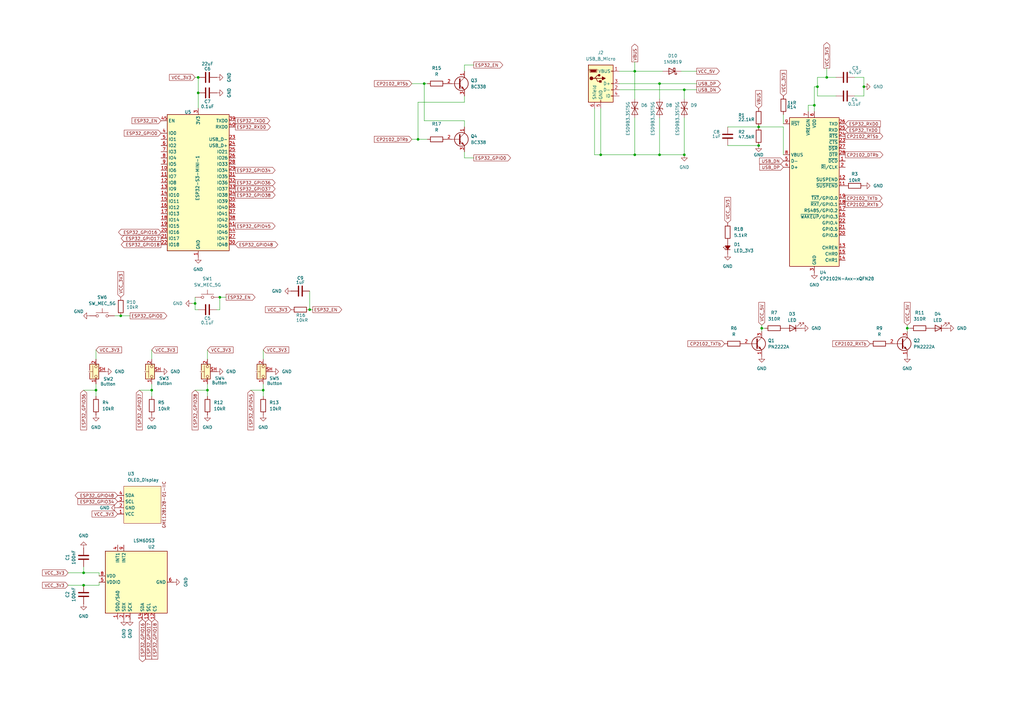
<source format=kicad_sch>
(kicad_sch (version 20250114) (generator "eeschema") (generator_version "9.0")
  (paper "A3")
  (title_block (title "nicolaWCH") (rev "0.1") (company "picarella industries"))
  (lib_symbols
    (symbol "1_goldeneas:GME128128-01-IIC"
      (property "Reference" "U" (at 0 0 0))
      (symbol "GME128128-01-IIC_1_1"
        (text "GME128128-01-IIC" (at 0 1.27 0) (effects (font (size 1.27 1.27))))
        (pin unspecified line (at -3.81 20.32 270) (length 2.54) (name "VCC") (number "1"))
        (pin unspecified line (at -1.27 20.32 270) (length 2.54) (name "GND") (number "2"))
        (pin unspecified line (at 1.27 20.32 270) (length 2.54) (name "SCL") (number "3"))
        (pin unspecified line (at 3.81 20.32 270) (length 2.54) (name "SDA") (number "4"))
      )
    )
    (symbol "Connector:USB_B_Micro" (pin_names (offset 1.016))
      (property "Reference" "J" (at -5.08 11.43 0))
      (property "Value" "USB_B_Micro" (at -5.08 8.89 0))
      (symbol "USB_B_Micro_1_1"
        (pin passive line (at -2.54 -10.16 90) (length 2.54) (name "Shield") (number "6"))
        (pin power_out line (at 0 -10.16 90) (length 2.54) (name "GND") (number "5"))
        (pin power_out line (at 7.62 5.08 180) (length 2.54) (name "VBUS") (number "1"))
        (pin bidirectional line (at 7.62 0 180) (length 2.54) (name "D+") (number "3"))
        (pin bidirectional line (at 7.62 -2.54 180) (length 2.54) (name "D-") (number "2"))
        (pin passive line (at 7.62 -5.08 180) (length 2.54) (name "ID") (number "4"))
      )
    )
    (symbol "Device:C" (pin_numbers (hide yes)) (pin_names (offset 0.254))
      (property "Reference" "C" (at 0.635 2.54 0))
      (property "Value" "C" (at 0.635 -2.54 0))
      (symbol "C_1_1"
        (pin passive line (at 0 3.81 270) (length 2.794) (name "~") (number "1"))
        (pin passive line (at 0 -3.81 90) (length 2.794) (name "~") (number "2"))
      )
    )
    (symbol "Device:LED" (pin_numbers (hide yes)) (pin_names (offset 1.016) (hide yes))
      (property "Reference" "D" (at 0 2.54 0))
      (property "Value" "LED" (at 0 -2.54 0))
      (symbol "LED_1_1"
        (pin passive line (at -3.81 0 0) (length 2.54) (name "K") (number "1"))
        (pin passive line (at 3.81 0 180) (length 2.54) (name "A") (number "2"))
      )
    )
    (symbol "Device:LED_Small_Filled" (pin_numbers (hide yes)) (pin_names (offset 0.254) (hide yes))
      (property "Reference" "D" (at -1.27 3.175 0))
      (property "Value" "LED_Small_Filled" (at -4.445 -2.54 0))
      (symbol "LED_Small_Filled_1_1"
        (pin passive line (at -2.54 0 0) (length 1.778) (name "K") (number "1"))
        (pin passive line (at 2.54 0 180) (length 1.778) (name "A") (number "2"))
      )
    )
    (symbol "Device:R" (pin_numbers (hide yes)) (pin_names (offset 0))
      (property "Reference" "R" (at 2.032 0 90))
      (property "Value" "R" (at 0 0 90))
      (symbol "R_1_1"
        (pin passive line (at 0 3.81 270) (length 1.27) (name "~") (number "1"))
        (pin passive line (at 0 -3.81 90) (length 1.27) (name "~") (number "2"))
      )
    )
    (symbol "Diode:1N5819" (pin_numbers (hide yes)) (pin_names (offset 1.016) (hide yes))
      (property "Reference" "D" (at 0 2.54 0))
      (property "Value" "1N5819" (at 0 -2.54 0))
      (symbol "1N5819_1_1"
        (pin passive line (at -3.81 0 0) (length 2.54) (name "K") (number "1"))
        (pin passive line (at 3.81 0 180) (length 2.54) (name "A") (number "2"))
      )
    )
    (symbol "Diode:ESD9B3.3ST5G" (pin_numbers (hide yes)) (pin_names (offset 1.016) (hide yes))
      (property "Reference" "D" (at 0 2.54 0))
      (property "Value" "ESD9B3.3ST5G" (at 0 -2.54 0))
      (symbol "ESD9B3.3ST5G_1_1"
        (pin passive line (at -3.81 0 0) (length 2.54) (name "A1") (number "1"))
        (pin passive line (at 3.81 0 180) (length 2.54) (name "A2") (number "2"))
      )
    )
    (symbol "Interface_USB:CP2102N-Axx-xQFN28"
      (property "Reference" "U" (at -8.89 31.75 0))
      (property "Value" "CP2102N-Axx-xQFN28" (at 12.7 31.75 0))
      (symbol "CP2102N-Axx-xQFN28_1_1"
        (pin input line (at -12.7 27.94 0) (length 2.54) (name "~{RST}") (number "9"))
        (pin input line (at -12.7 15.24 0) (length 2.54) (name "VBUS") (number "8"))
        (pin bidirectional line (at -12.7 12.7 0) (length 2.54) (name "D-") (number "5"))
        (pin bidirectional line (at -12.7 10.16 0) (length 2.54) (name "D+") (number "4"))
        (pin no_connect line (at -10.16 -27.94 0) (length 2.54) (hide yes) (name "NC") (number "10"))
        (pin power_in line (at -2.54 33.02 270) (length 2.54) (name "VREGIN") (number "7"))
        (pin power_in line (at 0 33.02 270) (length 2.54) (name "VDD") (number "6"))
        (pin passive line (at 0 -33.02 90) (length 2.54) (hide yes) (name "GND") (number "29"))
        (pin power_in line (at 0 -33.02 90) (length 2.54) (name "GND") (number "3"))
        (pin output line (at 12.7 27.94 180) (length 2.54) (name "TXD") (number "26"))
        (pin input line (at 12.7 25.4 180) (length 2.54) (name "RXD") (number "25"))
        (pin output line (at 12.7 22.86 180) (length 2.54) (name "~{RTS}") (number "24"))
        (pin input line (at 12.7 20.32 180) (length 2.54) (name "~{CTS}") (number "23"))
        (pin input line (at 12.7 17.78 180) (length 2.54) (name "~{DSR}") (number "27"))
        (pin output line (at 12.7 15.24 180) (length 2.54) (name "~{DTR}") (number "28"))
        (pin input line (at 12.7 12.7 180) (length 2.54) (name "~{DCD}") (number "1"))
        (pin bidirectional line (at 12.7 10.16 180) (length 2.54) (name "~{RI}/CLK") (number "2"))
        (pin output line (at 12.7 5.08 180) (length 2.54) (name "SUSPEND") (number "12"))
        (pin output line (at 12.7 2.54 180) (length 2.54) (name "~{SUSPEND}") (number "11"))
        (pin bidirectional line (at 12.7 -2.54 180) (length 2.54) (name "~{TXT}/GPIO.0") (number "19"))
        (pin bidirectional line (at 12.7 -5.08 180) (length 2.54) (name "~{RXT}/GPIO.1") (number "18"))
        (pin bidirectional line (at 12.7 -7.62 180) (length 2.54) (name "RS485/GPIO.2") (number "17"))
        (pin bidirectional line (at 12.7 -10.16 180) (length 2.54) (name "~{WAKEUP}/GPIO.3") (number "16"))
        (pin bidirectional line (at 12.7 -12.7 180) (length 2.54) (name "GPIO.4") (number "22"))
        (pin bidirectional line (at 12.7 -15.24 180) (length 2.54) (name "GPIO.5") (number "21"))
        (pin bidirectional line (at 12.7 -17.78 180) (length 2.54) (name "GPIO.6") (number "20"))
        (pin output line (at 12.7 -22.86 180) (length 2.54) (name "CHREN") (number "13"))
        (pin output line (at 12.7 -25.4 180) (length 2.54) (name "CHR0") (number "15"))
        (pin output line (at 12.7 -27.94 180) (length 2.54) (name "CHR1") (number "14"))
      )
    )
    (symbol "RF_Module:ESP32-S3-MINI-1"
      (property "Reference" "U" (at -11.43 29.21 0))
      (property "Value" "ESP32-S3-MINI-1" (at 12.7 29.21 0))
      (symbol "ESP32-S3-MINI-1_1_1"
        (pin input line (at -15.24 25.4 0) (length 2.54) (name "EN") (number "45"))
        (pin bidirectional line (at -15.24 20.32 0) (length 2.54) (name "IO0") (number "4"))
        (pin bidirectional line (at -15.24 17.78 0) (length 2.54) (name "IO1") (number "5"))
        (pin bidirectional line (at -15.24 15.24 0) (length 2.54) (name "IO2") (number "6"))
        (pin bidirectional line (at -15.24 12.7 0) (length 2.54) (name "IO3") (number "7"))
        (pin bidirectional line (at -15.24 10.16 0) (length 2.54) (name "IO4") (number "8"))
        (pin bidirectional line (at -15.24 7.62 0) (length 2.54) (name "IO5") (number "9"))
        (pin bidirectional line (at -15.24 5.08 0) (length 2.54) (name "IO6") (number "10"))
        (pin bidirectional line (at -15.24 2.54 0) (length 2.54) (name "IO7") (number "11"))
        (pin bidirectional line (at -15.24 0 0) (length 2.54) (name "IO8") (number "12"))
        (pin bidirectional line (at -15.24 -2.54 0) (length 2.54) (name "IO9") (number "13"))
        (pin bidirectional line (at -15.24 -5.08 0) (length 2.54) (name "IO10") (number "14"))
        (pin bidirectional line (at -15.24 -7.62 0) (length 2.54) (name "IO11") (number "15"))
        (pin bidirectional line (at -15.24 -10.16 0) (length 2.54) (name "IO12") (number "16"))
        (pin bidirectional line (at -15.24 -12.7 0) (length 2.54) (name "IO13") (number "17"))
        (pin bidirectional line (at -15.24 -15.24 0) (length 2.54) (name "IO14") (number "18"))
        (pin bidirectional line (at -15.24 -17.78 0) (length 2.54) (name "IO15") (number "19"))
        (pin bidirectional line (at -15.24 -20.32 0) (length 2.54) (name "IO16") (number "20"))
        (pin bidirectional line (at -15.24 -22.86 0) (length 2.54) (name "IO17") (number "21"))
        (pin bidirectional line (at -15.24 -25.4 0) (length 2.54) (name "IO18") (number "22"))
        (pin power_in line (at 0 30.48 270) (length 2.54) (name "3V3") (number "3"))
        (pin power_in line (at 0 -30.48 90) (length 2.54) (name "GND") (number "1"))
        (pin passive line (at 0 -30.48 90) (length 2.54) (hide yes) (name "GND") (number "2"))
        (pin passive line (at 0 -30.48 90) (length 2.54) (hide yes) (name "GND") (number "42"))
        (pin passive line (at 0 -30.48 90) (length 2.54) (hide yes) (name "GND") (number "43"))
        (pin passive line (at 0 -30.48 90) (length 2.54) (hide yes) (name "GND") (number "46"))
        (pin passive line (at 0 -30.48 90) (length 2.54) (hide yes) (name "GND") (number "47"))
        (pin passive line (at 0 -30.48 90) (length 2.54) (hide yes) (name "GND") (number "48"))
        (pin passive line (at 0 -30.48 90) (length 2.54) (hide yes) (name "GND") (number "49"))
        (pin passive line (at 0 -30.48 90) (length 2.54) (hide yes) (name "GND") (number "50"))
        (pin passive line (at 0 -30.48 90) (length 2.54) (hide yes) (name "GND") (number "51"))
        (pin passive line (at 0 -30.48 90) (length 2.54) (hide yes) (name "GND") (number "52"))
        (pin passive line (at 0 -30.48 90) (length 2.54) (hide yes) (name "GND") (number "53"))
        (pin passive line (at 0 -30.48 90) (length 2.54) (hide yes) (name "GND") (number "54"))
        (pin passive line (at 0 -30.48 90) (length 2.54) (hide yes) (name "GND") (number "55"))
        (pin passive line (at 0 -30.48 90) (length 2.54) (hide yes) (name "GND") (number "56"))
        (pin passive line (at 0 -30.48 90) (length 2.54) (hide yes) (name "GND") (number "57"))
        (pin passive line (at 0 -30.48 90) (length 2.54) (hide yes) (name "GND") (number "58"))
        (pin passive line (at 0 -30.48 90) (length 2.54) (hide yes) (name "GND") (number "59"))
        (pin passive line (at 0 -30.48 90) (length 2.54) (hide yes) (name "GND") (number "60"))
        (pin passive line (at 0 -30.48 90) (length 2.54) (hide yes) (name "GND") (number "61"))
        (pin passive line (at 0 -30.48 90) (length 2.54) (hide yes) (name "GND") (number "62"))
        (pin passive line (at 0 -30.48 90) (length 2.54) (hide yes) (name "GND") (number "63"))
        (pin passive line (at 0 -30.48 90) (length 2.54) (hide yes) (name "GND") (number "64"))
        (pin passive line (at 0 -30.48 90) (length 2.54) (hide yes) (name "GND") (number "65"))
        (pin bidirectional line (at 15.24 25.4 180) (length 2.54) (name "TXD0") (number "39"))
        (pin bidirectional line (at 15.24 22.86 180) (length 2.54) (name "RXD0") (number "40"))
        (pin bidirectional line (at 15.24 17.78 180) (length 2.54) (name "USB_D-") (number "23"))
        (pin bidirectional line (at 15.24 15.24 180) (length 2.54) (name "USB_D+") (number "24"))
        (pin bidirectional line (at 15.24 12.7 180) (length 2.54) (name "IO21") (number "25"))
        (pin bidirectional line (at 15.24 10.16 180) (length 2.54) (name "IO26") (number "26"))
        (pin bidirectional line (at 15.24 7.62 180) (length 2.54) (name "IO33") (number "28"))
        (pin bidirectional line (at 15.24 5.08 180) (length 2.54) (name "IO34") (number "29"))
        (pin bidirectional line (at 15.24 2.54 180) (length 2.54) (name "IO35") (number "31"))
        (pin bidirectional line (at 15.24 0 180) (length 2.54) (name "IO36") (number "32"))
        (pin bidirectional line (at 15.24 -2.54 180) (length 2.54) (name "IO37") (number "33"))
        (pin bidirectional line (at 15.24 -5.08 180) (length 2.54) (name "IO38") (number "34"))
        (pin bidirectional line (at 15.24 -7.62 180) (length 2.54) (name "IO39") (number "35"))
        (pin bidirectional line (at 15.24 -10.16 180) (length 2.54) (name "IO40") (number "36"))
        (pin bidirectional line (at 15.24 -12.7 180) (length 2.54) (name "IO41") (number "37"))
        (pin bidirectional line (at 15.24 -15.24 180) (length 2.54) (name "IO42") (number "38"))
        (pin bidirectional line (at 15.24 -17.78 180) (length 2.54) (name "IO45") (number "41"))
        (pin bidirectional line (at 15.24 -20.32 180) (length 2.54) (name "IO46") (number "44"))
        (pin bidirectional line (at 15.24 -22.86 180) (length 2.54) (name "IO47") (number "27"))
        (pin bidirectional line (at 15.24 -25.4 180) (length 2.54) (name "IO48") (number "30"))
      )
    )
    (symbol "Sensor_Motion:LSM6DS3"
      (property "Reference" "U" (at -11.43 15.24 0))
      (property "Value" "LSM6DS3" (at -11.43 12.7 0))
      (symbol "LSM6DS3_1_1"
        (pin bidirectional line (at -15.24 7.62 0) (length 2.54) (name "SDO/SA0") (number "1"))
        (pin bidirectional line (at -15.24 5.08 0) (length 2.54) (name "SDX") (number "2"))
        (pin input line (at -15.24 2.54 0) (length 2.54) (name "SCX") (number "3"))
        (pin bidirectional line (at -15.24 -2.54 0) (length 2.54) (name "SDA") (number "14"))
        (pin input line (at -15.24 -5.08 0) (length 2.54) (name "SCL") (number "13"))
        (pin input line (at -15.24 -7.62 0) (length 2.54) (name "CS") (number "12"))
        (pin power_in line (at 0 15.24 270) (length 2.54) (name "VDDIO") (number "5"))
        (pin power_in line (at 0 -15.24 90) (length 2.54) (name "GND") (number "6"))
        (pin passive line (at 0 -15.24 90) (length 2.54) (hide yes) (name "GND") (number "7"))
        (pin power_in line (at 2.54 15.24 270) (length 2.54) (name "VDD") (number "8"))
        (pin no_connect line (at 12.7 -2.54 180) (length 3.81) (hide yes) (name "NC") (number "11"))
        (pin no_connect line (at 12.7 -5.08 180) (length 3.81) (hide yes) (name "NC") (number "10"))
        (pin output line (at 15.24 7.62 180) (length 2.54) (name "INT1") (number "4"))
        (pin output line (at 15.24 5.08 180) (length 2.54) (name "INT2") (number "9"))
      )
    )
    (symbol "Switch:CK_KMS2xxG" (pin_names (offset 1.016) (hide yes))
      (property "Reference" "SW" (at 4.318 2.032 0))
      (property "Value" "CK_KMS2xxG" (at 0 4.572 0))
      (symbol "CK_KMS2xxG_0_1"
        (pin passive line (at -5.08 0 0) (length 2.54) (name "1") (number "1"))
        (pin passive line (at 5.08 0 180) (length 2.54) (name "2") (number "2"))
      )
      (symbol "CK_KMS2xxG_1_1"
        (pin passive line (at 0 -3.81 90) (length 2.54) (name "B") (number "SH"))
      )
    )
    (symbol "Switch:SW_MEC_5G" (pin_numbers (hide yes)) (pin_names (offset 1.016) (hide yes))
      (property "Reference" "SW" (at 1.27 2.54 0))
      (property "Value" "SW_MEC_5G" (at 0 -1.524 0))
      (symbol "SW_MEC_5G_0_1"
        (pin passive line (at -5.08 0 0) (length 2.54) (name "A") (number "1"))
        (pin passive line (at 5.08 0 180) (length 2.54) (name "B") (number "3"))
      )
      (symbol "SW_MEC_5G_1_1"
        (pin passive line (at -5.08 0 0) (length 2.54) (hide yes) (name "A") (number "2"))
        (pin passive line (at 5.08 0 180) (length 2.54) (hide yes) (name "B") (number "4"))
      )
    )
    (symbol "Transistor_BJT:BC338" (pin_names (offset 0) (hide yes))
      (property "Reference" "Q" (at 5.08 1.905 0))
      (property "Value" "BC338" (at 5.08 0 0))
      (symbol "BC338_1_1"
        (pin input line (at -5.08 0 0) (length 2.54) (name "B") (number "2"))
        (pin passive line (at 2.54 5.08 270) (length 2.54) (name "C") (number "1"))
        (pin passive line (at 2.54 -5.08 90) (length 2.54) (name "E") (number "3"))
      )
    )
    (symbol "Transistor_BJT:PN2222A" (pin_names (offset 0) (hide yes))
      (property "Reference" "Q" (at 5.08 1.905 0))
      (property "Value" "PN2222A" (at 5.08 0 0))
      (symbol "PN2222A_1_1"
        (pin input line (at -5.08 0 0) (length 2.54) (name "B") (number "2"))
        (pin passive line (at 2.54 5.08 270) (length 2.54) (name "C") (number "3"))
        (pin passive line (at 2.54 -5.08 90) (length 2.54) (name "E") (number "1"))
      )
    )
    (symbol "power:GND" (power) (pin_numbers (hide yes)) (pin_names (offset 0) (hide yes))
      (property "Value" "GND" (at 0 -3.81 0))
      (symbol "GND_1_1"
        (pin power_in line (at 0 0 270) (length 0) (name "~") (number "1"))
      )
    )
  )
  (junction (at 81.28 38.1))
  (junction (at 107.95 160.02))
  (junction (at 372.11 134.62))
  (junction (at 127 127))
  (junction (at 81.28 31.75))
  (junction (at 246.38 63.5))
  (junction (at 80.01 124.46))
  (junction (at 280.67 63.5))
  (junction (at 354.33 35.56))
  (junction (at 260.35 63.5))
  (junction (at 334.01 43.18))
  (junction (at 312.42 134.62))
  (junction (at 34.29 240.03))
  (junction (at 173.99 34.29))
  (junction (at 34.29 234.95))
  (junction (at 62.23 160.02))
  (junction (at 339.09 31.75))
  (junction (at 260.35 29.21))
  (junction (at 311.15 59.69))
  (junction (at 335.28 35.56))
  (junction (at 171.45 57.15))
  (junction (at 85.09 160.02))
  (junction (at 270.51 34.29))
  (junction (at 280.67 36.83))
  (junction (at 311.15 52.07))
  (junction (at 39.37 160.02))
  (junction (at 90.17 121.92))
  (junction (at 270.51 63.5))
  (junction (at 49.53 129.54))
  (wire (pts (xy 80.01 124.46) (xy 80.01 121.92)))
  (wire (pts (xy 280.67 48.26) (xy 280.67 63.5)))
  (wire (pts (xy 312.42 133.35) (xy 312.42 134.62)))
  (wire (pts (xy 80.01 31.75) (xy 81.28 31.75)))
  (wire (pts (xy 331.47 43.18) (xy 334.01 43.18)))
  (wire (pts (xy 62.23 162.56) (xy 62.23 160.02)))
  (wire (pts (xy 260.35 29.21) (xy 271.78 29.21)))
  (wire (pts (xy 334.01 45.72) (xy 334.01 43.18)))
  (wire (pts (xy 279.4 29.21) (xy 285.75 29.21)))
  (wire (pts (xy 40.64 238.76) (xy 40.64 240.03)))
  (wire (pts (xy 27.94 234.95) (xy 34.29 234.95)))
  (wire (pts (xy 254 34.29) (xy 270.51 34.29)))
  (wire (pts (xy 173.99 34.29) (xy 175.26 34.29)))
  (wire (pts (xy 270.51 34.29) (xy 270.51 40.64)))
  (wire (pts (xy 80.01 160.02) (xy 85.09 160.02)))
  (wire (pts (xy 339.09 27.94) (xy 339.09 31.75)))
  (wire (pts (xy 53.34 129.54) (xy 49.53 129.54)))
  (wire (pts (xy 171.45 57.15) (xy 175.26 57.15)))
  (wire (pts (xy 350.52 31.75) (xy 354.33 31.75)))
  (wire (pts (xy 127 119.38) (xy 127 127)))
  (wire (pts (xy 81.28 127) (xy 80.01 127)))
  (wire (pts (xy 190.5 29.21) (xy 190.5 26.67)))
  (wire (pts (xy 85.09 160.02) (xy 85.09 157.48)))
  (wire (pts (xy 254 29.21) (xy 260.35 29.21)))
  (wire (pts (xy 102.87 160.02) (xy 107.95 160.02)))
  (wire (pts (xy 260.35 48.26) (xy 260.35 63.5)))
  (wire (pts (xy 342.9 39.37) (xy 335.28 39.37)))
  (wire (pts (xy 246.38 44.45) (xy 246.38 63.5)))
  (wire (pts (xy 270.51 48.26) (xy 270.51 63.5)))
  (wire (pts (xy 27.94 240.03) (xy 34.29 240.03)))
  (wire (pts (xy 254 36.83) (xy 280.67 36.83)))
  (wire (pts (xy 298.45 52.07) (xy 311.15 52.07)))
  (wire (pts (xy 34.29 160.02) (xy 39.37 160.02)))
  (wire (pts (xy 107.95 160.02) (xy 107.95 157.48)))
  (wire (pts (xy 39.37 162.56) (xy 39.37 160.02)))
  (wire (pts (xy 78.74 124.46) (xy 80.01 124.46)))
  (wire (pts (xy 171.45 41.91) (xy 171.45 57.15)))
  (wire (pts (xy 90.17 121.92) (xy 92.71 121.92)))
  (wire (pts (xy 334.01 35.56) (xy 335.28 35.56)))
  (wire (pts (xy 298.45 59.69) (xy 311.15 59.69)))
  (wire (pts (xy 372.11 134.62) (xy 373.38 134.62)))
  (wire (pts (xy 260.35 63.5) (xy 270.51 63.5)))
  (wire (pts (xy 85.09 143.51) (xy 85.09 147.32)))
  (wire (pts (xy 321.31 46.99) (xy 321.31 50.8)))
  (wire (pts (xy 40.64 234.95) (xy 34.29 234.95)))
  (wire (pts (xy 34.29 232.41) (xy 34.29 234.95)))
  (wire (pts (xy 312.42 134.62) (xy 313.69 134.62)))
  (wire (pts (xy 354.33 39.37) (xy 354.33 35.56)))
  (wire (pts (xy 190.5 52.07) (xy 190.5 49.53)))
  (wire (pts (xy 321.31 63.5) (xy 321.31 52.07)))
  (wire (pts (xy 88.9 127) (xy 90.17 127)))
  (wire (pts (xy 62.23 160.02) (xy 62.23 157.48)))
  (wire (pts (xy 190.5 39.37) (xy 190.5 41.91)))
  (wire (pts (xy 280.67 63.5) (xy 270.51 63.5)))
  (wire (pts (xy 127 127) (xy 128.27 127)))
  (wire (pts (xy 260.35 29.21) (xy 260.35 40.64)))
  (wire (pts (xy 270.51 34.29) (xy 285.75 34.29)))
  (wire (pts (xy 40.64 240.03) (xy 34.29 240.03)))
  (wire (pts (xy 85.09 162.56) (xy 85.09 160.02)))
  (wire (pts (xy 334.01 43.18) (xy 334.01 35.56)))
  (wire (pts (xy 280.67 36.83) (xy 280.67 40.64)))
  (wire (pts (xy 372.11 134.62) (xy 372.11 135.89)))
  (wire (pts (xy 57.15 160.02) (xy 62.23 160.02)))
  (wire (pts (xy 246.38 63.5) (xy 260.35 63.5)))
  (wire (pts (xy 335.28 35.56) (xy 335.28 39.37)))
  (wire (pts (xy 168.91 57.15) (xy 171.45 57.15)))
  (wire (pts (xy 342.9 31.75) (xy 339.09 31.75)))
  (wire (pts (xy 40.64 236.22) (xy 40.64 234.95)))
  (wire (pts (xy 49.53 129.54) (xy 46.99 129.54)))
  (wire (pts (xy 90.17 127) (xy 90.17 121.92)))
  (wire (pts (xy 354.33 31.75) (xy 354.33 35.56)))
  (wire (pts (xy 190.5 49.53) (xy 173.99 49.53)))
  (wire (pts (xy 335.28 31.75) (xy 335.28 35.56)))
  (wire (pts (xy 81.28 31.75) (xy 81.28 38.1)))
  (wire (pts (xy 190.5 41.91) (xy 171.45 41.91)))
  (wire (pts (xy 312.42 134.62) (xy 312.42 135.89)))
  (wire (pts (xy 107.95 143.51) (xy 107.95 147.32)))
  (wire (pts (xy 80.01 127) (xy 80.01 124.46)))
  (wire (pts (xy 168.91 34.29) (xy 173.99 34.29)))
  (wire (pts (xy 350.52 39.37) (xy 354.33 39.37)))
  (wire (pts (xy 190.5 62.23) (xy 190.5 64.77)))
  (wire (pts (xy 331.47 45.72) (xy 331.47 43.18)))
  (wire (pts (xy 62.23 143.51) (xy 62.23 147.32)))
  (wire (pts (xy 190.5 26.67) (xy 194.31 26.67)))
  (wire (pts (xy 339.09 31.75) (xy 335.28 31.75)))
  (wire (pts (xy 243.84 44.45) (xy 243.84 63.5)))
  (wire (pts (xy 39.37 160.02) (xy 39.37 157.48)))
  (wire (pts (xy 311.15 52.07) (xy 321.31 52.07)))
  (wire (pts (xy 107.95 162.56) (xy 107.95 160.02)))
  (wire (pts (xy 173.99 34.29) (xy 173.99 49.53)))
  (wire (pts (xy 81.28 38.1) (xy 81.28 44.45)))
  (wire (pts (xy 260.35 25.4) (xy 260.35 29.21)))
  (wire (pts (xy 243.84 63.5) (xy 246.38 63.5)))
  (wire (pts (xy 280.67 36.83) (xy 285.75 36.83)))
  (wire (pts (xy 190.5 64.77) (xy 194.31 64.77)))
  (wire (pts (xy 39.37 143.51) (xy 39.37 147.32)))
  (wire (pts (xy 372.11 133.35) (xy 372.11 134.62)))
  (global_label "CP2102_RTSb" (shape output) (at 346.71 55.88 0) (property "Intersheetrefs" "${INTERSHEET_REFS}" (effects (hide yes))))
  (global_label "VCC_3V3" (shape input) (at 62.23 143.51 0) (property "Intersheetrefs" "${INTERSHEET_REFS}" (effects (hide yes))))
  (global_label "ESP32_GPIO16" (shape bidirectional) (at 66.04 95.25 180) (property "Intersheetrefs" "${INTERSHEET_REFS}" (effects (hide yes))))
  (global_label "VCC_3V3" (shape input) (at 298.45 91.44 90) (property "Intersheetrefs" "${INTERSHEET_REFS}" (effects (hide yes))))
  (global_label "VCC_3V3" (shape input) (at 39.37 143.51 0) (property "Intersheetrefs" "${INTERSHEET_REFS}" (effects (hide yes))))
  (global_label "VCC_3V3" (shape input) (at 27.94 234.95 180) (property "Intersheetrefs" "${INTERSHEET_REFS}" (effects (hide yes))))
  (global_label "ESP32_GPIO0" (shape output) (at 194.31 64.77 0) (property "Intersheetrefs" "${INTERSHEET_REFS}" (effects (hide yes))))
  (global_label "CP2102_TXTb" (shape output) (at 346.71 81.28 0) (property "Intersheetrefs" "${INTERSHEET_REFS}" (effects (hide yes))))
  (global_label "ESP32_GPIO17" (shape output) (at 66.04 97.79 180) (property "Intersheetrefs" "${INTERSHEET_REFS}" (effects (hide yes))))
  (global_label "ESP32_GPIO37" (shape input) (at 57.15 160.02 270) (property "Intersheetrefs" "${INTERSHEET_REFS}" (effects (hide yes))))
  (global_label "VCC_5V" (shape input) (at 372.11 133.35 90) (property "Intersheetrefs" "${INTERSHEET_REFS}" (effects (hide yes))))
  (global_label "VCC_3V3" (shape output) (at 339.09 27.94 90) (property "Intersheetrefs" "${INTERSHEET_REFS}" (effects (hide yes))))
  (global_label "VCC_5V" (shape input) (at 312.42 133.35 90) (property "Intersheetrefs" "${INTERSHEET_REFS}" (effects (hide yes))))
  (global_label "ESP32_EN" (shape input) (at 66.04 49.53 180) (property "Intersheetrefs" "${INTERSHEET_REFS}" (effects (hide yes))))
  (global_label "ESP32_GPIO36" (shape output) (at 96.52 74.93 0) (property "Intersheetrefs" "${INTERSHEET_REFS}" (effects (hide yes))))
  (global_label "CP2102_DTRb" (shape input) (at 168.91 57.15 180) (property "Intersheetrefs" "${INTERSHEET_REFS}" (effects (hide yes))))
  (global_label "ESP32_GPIO34" (shape output) (at 96.52 69.85 0) (property "Intersheetrefs" "${INTERSHEET_REFS}" (effects (hide yes))))
  (global_label "ESP32_GPIO34" (shape input) (at 48.26 205.74 180) (property "Intersheetrefs" "${INTERSHEET_REFS}" (effects (hide yes))))
  (global_label "ESP32_GPIO48" (shape bidirectional) (at 48.26 203.2 180) (property "Intersheetrefs" "${INTERSHEET_REFS}" (effects (hide yes))))
  (global_label "ESP32_GPIO18" (shape input) (at 63.5 254 270) (property "Intersheetrefs" "${INTERSHEET_REFS}" (effects (hide yes))))
  (global_label "VCC_3V3" (shape input) (at 85.09 143.51 0) (property "Intersheetrefs" "${INTERSHEET_REFS}" (effects (hide yes))))
  (global_label "VCC_3V3" (shape input) (at 49.53 121.92 90) (property "Intersheetrefs" "${INTERSHEET_REFS}" (effects (hide yes))))
  (global_label "ESP32_GPIO37" (shape output) (at 96.52 77.47 0) (property "Intersheetrefs" "${INTERSHEET_REFS}" (effects (hide yes))))
  (global_label "VBUS" (shape output) (at 260.35 25.4 90) (property "Intersheetrefs" "${INTERSHEET_REFS}" (effects (hide yes))))
  (global_label "ESP32_TXD0" (shape output) (at 96.52 49.53 0) (property "Intersheetrefs" "${INTERSHEET_REFS}" (effects (hide yes))))
  (global_label "ESP32_TXD0" (shape input) (at 346.71 53.34 0) (property "Intersheetrefs" "${INTERSHEET_REFS}" (effects (hide yes))))
  (global_label "CP2102_DTRb" (shape output) (at 346.71 63.5 0) (property "Intersheetrefs" "${INTERSHEET_REFS}" (effects (hide yes))))
  (global_label "VCC_3V3" (shape input) (at 119.38 127 180) (property "Intersheetrefs" "${INTERSHEET_REFS}" (effects (hide yes))))
  (global_label "VBUS" (shape input) (at 311.15 44.45 90) (property "Intersheetrefs" "${INTERSHEET_REFS}" (effects (hide yes))))
  (global_label "ESP32_GPIO38" (shape output) (at 96.52 80.01 0) (property "Intersheetrefs" "${INTERSHEET_REFS}" (effects (hide yes))))
  (global_label "VCC_5V" (shape output) (at 285.75 29.21 0) (property "Intersheetrefs" "${INTERSHEET_REFS}" (effects (hide yes))))
  (global_label "VCC_3V3" (shape input) (at 107.95 143.51 0) (property "Intersheetrefs" "${INTERSHEET_REFS}" (effects (hide yes))))
  (global_label "ESP32_GPIO17" (shape input) (at 60.96 254 270) (property "Intersheetrefs" "${INTERSHEET_REFS}" (effects (hide yes))))
  (global_label "VCC_3V3" (shape input) (at 48.26 210.82 180) (property "Intersheetrefs" "${INTERSHEET_REFS}" (effects (hide yes))))
  (global_label "USB_DN" (shape output) (at 285.75 36.83 0) (property "Intersheetrefs" "${INTERSHEET_REFS}" (effects (hide yes))))
  (global_label "CP2102_RTSb" (shape input) (at 168.91 34.29 180) (property "Intersheetrefs" "${INTERSHEET_REFS}" (effects (hide yes))))
  (global_label "ESP32_EN" (shape output) (at 194.31 26.67 0) (property "Intersheetrefs" "${INTERSHEET_REFS}" (effects (hide yes))))
  (global_label "USB_DN" (shape input) (at 321.31 66.04 180) (property "Intersheetrefs" "${INTERSHEET_REFS}" (effects (hide yes))))
  (global_label "ESP32_GPIO45" (shape input) (at 102.87 160.02 270) (property "Intersheetrefs" "${INTERSHEET_REFS}" (effects (hide yes))))
  (global_label "ESP32_GPIO45" (shape output) (at 96.52 92.71 0) (property "Intersheetrefs" "${INTERSHEET_REFS}" (effects (hide yes))))
  (global_label "CP2102_RXTb" (shape output) (at 346.71 83.82 0) (property "Intersheetrefs" "${INTERSHEET_REFS}" (effects (hide yes))))
  (global_label "ESP32_GPIO16" (shape bidirectional) (at 58.42 254 270) (property "Intersheetrefs" "${INTERSHEET_REFS}" (effects (hide yes))))
  (global_label "ESP32_EN" (shape output) (at 92.71 121.92 0) (property "Intersheetrefs" "${INTERSHEET_REFS}" (effects (hide yes))))
  (global_label "VCC_3V3" (shape input) (at 27.94 240.03 180) (property "Intersheetrefs" "${INTERSHEET_REFS}" (effects (hide yes))))
  (global_label "VCC_3V3" (shape input) (at 80.01 31.75 180) (property "Intersheetrefs" "${INTERSHEET_REFS}" (effects (hide yes))))
  (global_label "ESP32_EN" (shape output) (at 128.27 127 0) (property "Intersheetrefs" "${INTERSHEET_REFS}" (effects (hide yes))))
  (global_label "ESP32_GPIO0" (shape output) (at 53.34 129.54 0) (property "Intersheetrefs" "${INTERSHEET_REFS}" (effects (hide yes))))
  (global_label "CP2102_RXTb" (shape input) (at 356.87 140.97 180) (property "Intersheetrefs" "${INTERSHEET_REFS}" (effects (hide yes))))
  (global_label "ESP32_GPIO38" (shape input) (at 80.01 160.02 270) (property "Intersheetrefs" "${INTERSHEET_REFS}" (effects (hide yes))))
  (global_label "ESP32_RXD0" (shape output) (at 96.52 52.07 0) (property "Intersheetrefs" "${INTERSHEET_REFS}" (effects (hide yes))))
  (global_label "ESP32_GPIO48" (shape bidirectional) (at 96.52 100.33 0) (property "Intersheetrefs" "${INTERSHEET_REFS}" (effects (hide yes))))
  (global_label "USB_DP" (shape output) (at 285.75 34.29 0) (property "Intersheetrefs" "${INTERSHEET_REFS}" (effects (hide yes))))
  (global_label "CP2102_TXTb" (shape input) (at 297.18 140.97 180) (property "Intersheetrefs" "${INTERSHEET_REFS}" (effects (hide yes))))
  (global_label "ESP32_RXD0" (shape input) (at 346.71 50.8 0) (property "Intersheetrefs" "${INTERSHEET_REFS}" (effects (hide yes))))
  (global_label "ESP32_GPIO18" (shape output) (at 66.04 100.33 180) (property "Intersheetrefs" "${INTERSHEET_REFS}" (effects (hide yes))))
  (global_label "ESP32_GPIO36" (shape input) (at 34.29 160.02 270) (property "Intersheetrefs" "${INTERSHEET_REFS}" (effects (hide yes))))
  (global_label "ESP32_GPIO0" (shape input) (at 66.04 54.61 180) (property "Intersheetrefs" "${INTERSHEET_REFS}" (effects (hide yes))))
  (global_label "VCC_3V3" (shape input) (at 321.31 39.37 90) (property "Intersheetrefs" "${INTERSHEET_REFS}" (effects (hide yes))))
  (global_label "USB_DP" (shape input) (at 321.31 68.58 180) (property "Intersheetrefs" "${INTERSHEET_REFS}" (effects (hide yes))))
  (symbol (lib_id "power:GND") (at 39.37 170.18 0) (unit 1)
    (property "Reference" "#PWR08" (effects (hide yes)))
    (property "Value" "GND" (at 39.37 175.26 0))
    (property "Description" "Power symbol creates a global label with name \"GND\" , ground" (effects (hide yes)))
  )
  (symbol (lib_id "power:GND") (at 78.74 124.46 270) (unit 1)
    (property "Reference" "#PWR04" (effects (hide yes)))
    (property "Value" "GND" (at 74.93 124.4599 90) (effects (justify right)))
    (property "Description" "Power symbol creates a global label with name \"GND\" , ground" (effects (hide yes)))
  )
  (symbol (lib_id "power:GND") (at 36.83 129.54 270) (unit 1)
    (property "Reference" "#PWR019" (effects (hide yes)))
    (property "Value" "GND" (at 32.258 127.762 90))
    (property "Description" "Power symbol creates a global label with name \"GND\" , ground" (effects (hide yes)))
  )
  (symbol (lib_id "Device:LED") (at 384.81 134.62 180) (unit 1)
    (property "Reference" "D4" (at 384.556 128.778 0))
    (property "Value" "LED" (at 384.556 131.318 0))
    (property "Footprint" "LED_THT:LED_D2.0mm_W4.0mm_H2.8mm_FlatTop" (effects (hide yes)))
    (property "Description" "Light emitting diode" (effects (hide yes)))
    (property "Sim.Pins" "1=K 2=A" (effects (hide yes)))
  )
  (symbol (lib_id "power:GND") (at 66.04 152.4 90) (unit 1)
    (property "Reference" "#PWR028" (effects (hide yes)))
    (property "Value" "GND" (at 69.85 152.3999 90) (effects (justify right)))
    (property "Description" "Power symbol creates a global label with name \"GND\" , ground" (effects (hide yes)))
  )
  (symbol (lib_id "power:GND") (at 354.33 35.56 90) (unit 1)
    (property "Reference" "#PWR020" (effects (hide yes)))
    (property "Value" "GND" (at 358.14 35.5599 90) (effects (justify right)))
    (property "Description" "Power symbol creates a global label with name \"GND\" , ground" (effects (hide yes)))
  )
  (symbol (lib_id "power:GND") (at 34.29 247.65 0) (unit 1)
    (property "Reference" "#PWR023" (effects (hide yes)))
    (property "Value" "GND" (at 34.29 252.73 0))
    (property "Description" "Power symbol creates a global label with name \"GND\" , ground" (effects (hide yes)))
  )
  (symbol (lib_id "Device:R") (at 85.09 166.37 0) (unit 1)
    (property "Reference" "R12" (at 87.63 165.0999 0) (effects (justify left)))
    (property "Value" "10kR" (at 87.63 167.6399 0) (effects (justify left)))
    (property "Footprint" "Resistor_THT:R_Axial_DIN0204_L3.6mm_D1.6mm_P5.08mm_Horizontal" (effects (hide yes)))
    (property "Description" "Resistor" (effects (hide yes)))
  )
  (symbol (lib_id "Diode:1N5819") (at 275.59 29.21 180) (unit 1)
    (property "Reference" "D10" (at 275.9075 22.86 0))
    (property "Value" "1N5819" (at 275.9075 25.4 0))
    (property "Footprint" "Diode_THT:D_DO-41_SOD81_P10.16mm_Horizontal" (effects (hide yes)))
    (property "Datasheet" "http://www.vishay.com/docs/88525/1n5817.pdf" (effects (hide yes)))
    (property "Description" "40V 1A Schottky Barrier Rectifier Diode, DO-41" (effects (hide yes)))
  )
  (symbol (lib_id "Diode:ESD9B3.3ST5G") (at 280.67 44.45 90) (unit 1)
    (property "Reference" "D9" (at 283.21 43.1799 90) (effects (justify right)))
    (property "Value" "ESD9B3.3ST5G" (at 277.876 41.656 0) (effects (justify right)))
    (property "Footprint" "Diode_SMD:D_SOD-923" (effects (hide yes)))
    (property "Datasheet" "https://www.onsemi.com/pub/Collateral/ESD9B-D.PDF" (effects (hide yes)))
    (property "Description" "ESD protection diode, 3.3Vrwm, SOD-923" (effects (hide yes)))
  )
  (symbol (lib_id "RF_Module:ESP32-S3-MINI-1") (at 81.28 74.93 0) (unit 1)
    (property "Reference" "U5" (at 75.692 45.974 0) (effects (justify left)))
    (property "Value" "ESP32-S3-MINI-1" (at 81.026 82.296 90) (effects (justify left)))
    (property "Footprint" "RF_Module:ESP32-S2-MINI-1" (effects (hide yes)))
    (property "Datasheet" "https://www.espressif.com/sites/default/files/documentation/esp32-s3-mini-1_mini-1u_datasheet_en.pdf" (effects (hide yes)))
    (property "Description" "RF Module, ESP32-S3 SoC, Wi-Fi 802.11b/g/n, Bluetooth, BLE, 32-bit, 3.3V, SMD, onboard antenna" (effects (hide yes)))
  )
  (symbol (lib_id "Switch:CK_KMS2xxG") (at 62.23 152.4 90) (unit 1)
    (property "Reference" "SW3" (at 69.342 155.194 90) (effects (justify left)))
    (property "Value" "Button" (at 70.612 157.226 90) (effects (justify left)))
    (property "Footprint" "Button_Switch_SMD:SW_SPST_CK_KMS2xxGP" (effects (hide yes)))
    (property "Datasheet" "https://www.ckswitches.com/media/1482/kms.pdf" (effects (hide yes)))
    (property "Description" "Microminiature SMT Side Actuated, 4.2 x 2.8 x 1.42mm, without pegs, with shield pin" (effects (hide yes)))
  )
  (symbol (lib_id "Device:C") (at 34.29 243.84 180) (unit 1)
    (property "Reference" "C2" (at 27.686 243.84 90))
    (property "Value" "100nF" (at 30.226 243.84 90))
    (property "Footprint" "Capacitor_THT:C_Disc_D5.0mm_W2.5mm_P2.50mm" (effects (hide yes)))
    (property "Description" "Unpolarized capacitor" (effects (hide yes)))
  )
  (symbol (lib_id "power:GND") (at 328.93 134.62 90) (unit 1)
    (property "Reference" "#PWR012" (effects (hide yes)))
    (property "Value" "GND" (at 332.74 134.6199 90) (effects (justify right)))
    (property "Description" "Power symbol creates a global label with name \"GND\" , ground" (effects (hide yes)))
  )
  (symbol (lib_id "Diode:ESD9B3.3ST5G") (at 270.51 44.45 90) (unit 1)
    (property "Reference" "D8" (at 273.05 43.1799 90) (effects (justify right)))
    (property "Value" "ESD9B3.3ST5G" (at 267.716 41.656 0) (effects (justify right)))
    (property "Footprint" "Diode_SMD:D_SOD-923" (effects (hide yes)))
    (property "Datasheet" "https://www.onsemi.com/pub/Collateral/ESD9B-D.PDF" (effects (hide yes)))
    (property "Description" "ESD protection diode, 3.3Vrwm, SOD-923" (effects (hide yes)))
  )
  (symbol (lib_id "Diode:ESD9B3.3ST5G") (at 260.35 44.45 90) (unit 1)
    (property "Reference" "D6" (at 262.89 43.1799 90) (effects (justify right)))
    (property "Value" "ESD9B3.3ST5G" (at 257.556 41.656 0) (effects (justify right)))
    (property "Footprint" "Diode_SMD:D_SOD-923" (effects (hide yes)))
    (property "Datasheet" "https://www.onsemi.com/pub/Collateral/ESD9B-D.PDF" (effects (hide yes)))
    (property "Description" "ESD protection diode, 3.3Vrwm, SOD-923" (effects (hide yes)))
  )
  (symbol (lib_id "Interface_USB:CP2102N-Axx-xQFN28") (at 334.01 78.74 0) (unit 1)
    (property "Reference" "U4" (at 336.1533 111.76 0) (effects (justify left)))
    (property "Value" "CP2102N-Axx-xQFN28" (at 336.1533 114.3 0) (effects (justify left)))
    (property "Footprint" "Package_DFN_QFN:QFN-28-1EP_5x5mm_P0.5mm_EP3.35x3.35mm" (effects (hide yes)))
    (property "Datasheet" "https://www.silabs.com/documents/public/data-sheets/cp2102n-datasheet.pdf" (effects (hide yes)))
    (property "Description" "USB to UART master bridge, QFN-28" (effects (hide yes)))
  )
  (symbol (lib_id "Connector:USB_B_Micro") (at 246.38 34.29 0) (unit 1)
    (property "Reference" "J2" (at 246.38 21.59 0))
    (property "Value" "USB_B_Micro" (at 246.38 24.13 0))
    (property "Footprint" "Connector_USB:USB_Micro-B_Amphenol_10118194-0001LF_Horizontal" (effects (hide yes)))
    (property "Description" "USB Micro Type B connector" (effects (hide yes)))
  )
  (symbol (lib_id "Device:C") (at 85.09 127 90) (unit 1)
    (property "Reference" "C5" (at 85.09 130.556 90))
    (property "Value" "0.1uF" (at 85.09 132.334 90))
    (property "Footprint" "Capacitor_THT:C_Disc_D5.0mm_W2.5mm_P2.50mm" (effects (hide yes)))
    (property "Description" "Unpolarized capacitor" (effects (hide yes)))
  )
  (symbol (lib_id "Device:R") (at 311.15 55.88 0) (unit 1)
    (property "Reference" "R2" (at 302.768 54.102 0) (effects (justify left)))
    (property "Value" "47.5kR" (at 302.768 56.134 0) (effects (justify left)))
    (property "Footprint" "Resistor_THT:R_Axial_DIN0204_L3.6mm_D1.6mm_P5.08mm_Horizontal" (effects (hide yes)))
    (property "Description" "Resistor" (effects (hide yes)))
  )
  (symbol (lib_id "power:GND") (at 372.11 146.05 0) (unit 1)
    (property "Reference" "#PWR013" (effects (hide yes)))
    (property "Value" "GND" (at 372.11 151.13 0))
    (property "Description" "Power symbol creates a global label with name \"GND\" , ground" (effects (hide yes)))
  )
  (symbol (lib_id "Device:R") (at 62.23 166.37 0) (unit 1)
    (property "Reference" "R5" (at 64.77 165.0999 0) (effects (justify left)))
    (property "Value" "10kR" (at 64.77 167.6399 0) (effects (justify left)))
    (property "Footprint" "Resistor_THT:R_Axial_DIN0204_L3.6mm_D1.6mm_P5.08mm_Horizontal" (effects (hide yes)))
    (property "Description" "Resistor" (effects (hide yes)))
  )
  (symbol (lib_id "Switch:CK_KMS2xxG") (at 39.37 152.4 90) (unit 1)
    (property "Reference" "SW2" (at 46.482 155.448 90) (effects (justify left)))
    (property "Value" "Button" (at 47.498 157.48 90) (effects (justify left)))
    (property "Footprint" "Button_Switch_SMD:SW_SPST_CK_KMS2xxGP" (effects (hide yes)))
    (property "Datasheet" "https://www.ckswitches.com/media/1482/kms.pdf" (effects (hide yes)))
    (property "Description" "Microminiature SMT Side Actuated, 4.2 x 2.8 x 1.42mm, without pegs, with shield pin" (effects (hide yes)))
  )
  (symbol (lib_id "Transistor_BJT:BC338") (at 187.96 34.29 0) (unit 1)
    (property "Reference" "Q3" (at 193.04 33.0199 0) (effects (justify left)))
    (property "Value" "BC338" (at 193.04 35.5599 0) (effects (justify left)))
    (property "Footprint" "Package_TO_SOT_THT:TO-92_Inline" (effects (hide yes)))
    (property "Datasheet" "http://diotec.com/tl_files/diotec/files/pdf/datasheets/bc337" (effects (hide yes)))
    (property "Description" "0.8A Ic, 25V Vce, NPN Transistor, TO-92" (effects (hide yes)))
  )
  (symbol (lib_id "Device:C") (at 85.09 38.1 90) (unit 1)
    (property "Reference" "C7" (at 85.09 41.656 90))
    (property "Value" "0.1uF" (at 85.09 43.688 90))
    (property "Footprint" "Capacitor_THT:C_Disc_D5.0mm_W2.5mm_P2.50mm" (effects (hide yes)))
    (property "Description" "Unpolarized capacitor" (effects (hide yes)))
  )
  (symbol (lib_id "Transistor_BJT:BC338") (at 187.96 57.15 0) (unit 1)
    (property "Reference" "Q4" (at 193.04 55.8799 0) (effects (justify left)))
    (property "Value" "BC338" (at 193.04 58.4199 0) (effects (justify left)))
    (property "Footprint" "Package_TO_SOT_THT:TO-92_Inline" (effects (hide yes)))
    (property "Datasheet" "http://diotec.com/tl_files/diotec/files/pdf/datasheets/bc337" (effects (hide yes)))
    (property "Description" "0.8A Ic, 25V Vce, NPN Transistor, TO-92" (effects (hide yes)))
  )
  (symbol (lib_id "Device:C") (at 298.45 55.88 180) (unit 1)
    (property "Reference" "C8" (at 293.878 54.102 0))
    (property "Value" "1uF" (at 293.878 55.88 0))
    (property "Footprint" "Capacitor_THT:C_Disc_D5.0mm_W2.5mm_P2.50mm" (effects (hide yes)))
    (property "Description" "Unpolarized capacitor" (effects (hide yes)))
  )
  (symbol (lib_id "Device:R") (at 300.99 140.97 90) (unit 1)
    (property "Reference" "R6" (at 300.99 134.62 90))
    (property "Value" "R" (at 300.99 137.16 90))
    (property "Footprint" "Resistor_THT:R_Axial_DIN0204_L3.6mm_D1.6mm_P5.08mm_Horizontal" (effects (hide yes)))
    (property "Description" "Resistor" (effects (hide yes)))
  )
  (symbol (lib_id "power:GND") (at 311.15 59.69 0) (unit 1)
    (property "Reference" "#PWR017" (effects (hide yes)))
    (property "Value" "GND" (at 311.15 63.5 0))
    (property "Description" "Power symbol creates a global label with name \"GND\" , ground" (effects (hide yes)))
  )
  (symbol (lib_id "Device:R") (at 39.37 166.37 0) (unit 1)
    (property "Reference" "R4" (at 41.91 165.0999 0) (effects (justify left)))
    (property "Value" "10kR" (at 41.91 167.6399 0) (effects (justify left)))
    (property "Footprint" "Resistor_THT:R_Axial_DIN0204_L3.6mm_D1.6mm_P5.08mm_Horizontal" (effects (hide yes)))
    (property "Description" "Resistor" (effects (hide yes)))
  )
  (symbol (lib_id "Switch:SW_MEC_5G") (at 41.91 129.54 0) (unit 1)
    (property "Reference" "SW6" (at 41.91 121.92 0))
    (property "Value" "SW_MEC_5G" (at 41.91 124.46 0))
    (property "Footprint" "Button_Switch_THT:SW_PUSH-12mm" (effects (hide yes)))
    (property "Datasheet" "http://www.apem.com/int/index.php?controller=attachment&id_attachment=488" (effects (hide yes)))
    (property "Description" "MEC 5G single pole normally-open tactile switch" (effects (hide yes)))
  )
  (symbol (lib_id "power:GND") (at 88.9 38.1 90) (unit 1)
    (property "Reference" "#PWR026" (effects (hide yes)))
    (property "Value" "GND" (at 93.98 38.1 0))
    (property "Description" "Power symbol creates a global label with name \"GND\" , ground" (effects (hide yes)))
  )
  (symbol (lib_id "Switch:SW_MEC_5G") (at 85.09 121.92 0) (unit 1)
    (property "Reference" "SW1" (at 85.09 114.3 0))
    (property "Value" "SW_MEC_5G" (at 85.09 116.84 0))
    (property "Footprint" "Button_Switch_THT:SW_PUSH-12mm" (effects (hide yes)))
    (property "Datasheet" "http://www.apem.com/int/index.php?controller=attachment&id_attachment=488" (effects (hide yes)))
    (property "Description" "MEC 5G single pole normally-open tactile switch" (effects (hide yes)))
  )
  (symbol (lib_id "Device:R") (at 179.07 34.29 90) (unit 1)
    (property "Reference" "R15" (at 179.07 27.94 90))
    (property "Value" "R" (at 179.07 30.48 90))
    (property "Footprint" "Resistor_THT:R_Axial_DIN0204_L3.6mm_D1.6mm_P5.08mm_Horizontal" (effects (hide yes)))
    (property "Description" "Resistor" (effects (hide yes)))
  )
  (symbol (lib_id "Transistor_BJT:PN2222A") (at 309.88 140.97 0) (unit 1)
    (property "Reference" "Q1" (at 314.96 139.6999 0) (effects (justify left)))
    (property "Value" "PN2222A" (at 314.96 142.2399 0) (effects (justify left)))
    (property "Footprint" "Package_TO_SOT_THT:TO-92_Inline" (effects (hide yes)))
    (property "Datasheet" "https://www.onsemi.com/pub/Collateral/PN2222-D.PDF" (effects (hide yes)))
    (property "Description" "1A Ic, 40V Vce, NPN Transistor, General Purpose Transistor, TO-92" (effects (hide yes)))
  )
  (symbol (lib_id "Device:C") (at 123.19 119.38 90) (unit 1)
    (property "Reference" "C9" (at 123.19 114.046 90))
    (property "Value" "1uF" (at 123.19 115.824 90))
    (property "Footprint" "Capacitor_THT:C_Disc_D5.0mm_W2.5mm_P2.50mm" (effects (hide yes)))
    (property "Description" "Unpolarized capacitor" (effects (hide yes)))
  )
  (symbol (lib_id "power:GND") (at 298.45 104.14 0) (unit 1)
    (property "Reference" "#PWR05" (effects (hide yes)))
    (property "Value" "GND" (at 298.45 109.22 0))
    (property "Description" "Power symbol creates a global label with name \"GND\" , ground" (effects (hide yes)))
  )
  (symbol (lib_id "Device:C") (at 85.09 31.75 270) (unit 1)
    (property "Reference" "C6" (at 85.09 28.194 90))
    (property "Value" "22uF" (at 85.09 26.162 90))
    (property "Footprint" "Capacitor_THT:C_Disc_D5.0mm_W2.5mm_P2.50mm" (effects (hide yes)))
    (property "Description" "Unpolarized capacitor" (effects (hide yes)))
  )
  (symbol (lib_id "power:GND") (at 88.9 152.4 90) (unit 1)
    (property "Reference" "#PWR029" (effects (hide yes)))
    (property "Value" "GND" (at 92.71 152.3999 90) (effects (justify right)))
    (property "Description" "Power symbol creates a global label with name \"GND\" , ground" (effects (hide yes)))
  )
  (symbol (lib_id "1_goldeneas:GME128128-01-IIC") (at 68.58 207.01 90) (unit 1)
    (property "Reference" "U3" (at 52.324 194.31 90) (effects (justify right)))
    (property "Value" "OLED_Display" (at 52.324 196.85 90) (effects (justify right)))
    (property "Footprint" "Connector_PinHeader_1.00mm:PinHeader_1x04_P1.00mm_Vertical" (effects (hide yes)))
  )
  (symbol (lib_id "power:GND") (at 53.34 254 0) (unit 1)
    (property "Reference" "#PWR024" (effects (hide yes)))
    (property "Value" "GND" (at 53.3399 257.81 90) (effects (justify right)))
    (property "Description" "Power symbol creates a global label with name \"GND\" , ground" (effects (hide yes)))
  )
  (symbol (lib_id "Sensor_Motion:LSM6DS3") (at 55.88 238.76 90) (unit 1)
    (property "Reference" "U2" (at 63.5 224.282 90) (effects (justify left)))
    (property "Value" "LSM6DS3" (at 63.5 221.742 90) (effects (justify left)))
    (property "Footprint" "Package_LGA:LGA-14_3x2.5mm_P0.5mm_LayoutBorder3x4y" (effects (hide yes)))
    (property "Datasheet" "https://www.st.com/resource/en/datasheet/lsm6ds3tr-c.pdf" (effects (hide yes)))
    (property "Description" "I2C/SPI, iNEMO inertial module: always-on 3D accelerometer and 3D gyroscope" (effects (hide yes)))
  )
  (symbol (lib_id "Device:R") (at 179.07 57.15 90) (unit 1)
    (property "Reference" "R17" (at 179.07 50.8 90))
    (property "Value" "R" (at 179.07 53.34 90))
    (property "Footprint" "Resistor_THT:R_Axial_DIN0204_L3.6mm_D1.6mm_P5.08mm_Horizontal" (effects (hide yes)))
    (property "Description" "Resistor" (effects (hide yes)))
  )
  (symbol (lib_id "power:GND") (at 43.18 152.4 90) (unit 1)
    (property "Reference" "#PWR027" (effects (hide yes)))
    (property "Value" "GND" (at 46.99 152.3999 90) (effects (justify right)))
    (property "Description" "Power symbol creates a global label with name \"GND\" , ground" (effects (hide yes)))
  )
  (symbol (lib_id "power:GND") (at 50.8 254 0) (unit 1)
    (property "Reference" "#PWR011" (effects (hide yes)))
    (property "Value" "GND" (at 50.7999 257.81 90) (effects (justify right)))
    (property "Description" "Power symbol creates a global label with name \"GND\" , ground" (effects (hide yes)))
  )
  (symbol (lib_id "Transistor_BJT:PN2222A") (at 369.57 140.97 0) (unit 1)
    (property "Reference" "Q2" (at 374.65 139.6999 0) (effects (justify left)))
    (property "Value" "PN2222A" (at 374.65 142.2399 0) (effects (justify left)))
    (property "Footprint" "Package_TO_SOT_THT:TO-92_Inline" (effects (hide yes)))
    (property "Datasheet" "https://www.onsemi.com/pub/Collateral/PN2222-D.PDF" (effects (hide yes)))
    (property "Description" "1A Ic, 40V Vce, NPN Transistor, General Purpose Transistor, TO-92" (effects (hide yes)))
  )
  (symbol (lib_id "power:GND") (at 312.42 146.05 0) (unit 1)
    (property "Reference" "#PWR010" (effects (hide yes)))
    (property "Value" "GND" (at 312.42 151.13 0))
    (property "Description" "Power symbol creates a global label with name \"GND\" , ground" (effects (hide yes)))
  )
  (symbol (lib_id "Device:R") (at 311.15 48.26 0) (unit 1)
    (property "Reference" "R1" (at 302.768 47.244 0) (effects (justify left)))
    (property "Value" "22.1kR" (at 302.768 49.022 0) (effects (justify left)))
    (property "Footprint" "Resistor_THT:R_Axial_DIN0204_L3.6mm_D1.6mm_P5.08mm_Horizontal" (effects (hide yes)))
    (property "Description" "Resistor" (effects (hide yes)))
  )
  (symbol (lib_id "Device:R") (at 123.19 127 270) (unit 1)
    (property "Reference" "R16" (at 121.412 129.2859 90) (effects (justify left)))
    (property "Value" "10kR" (at 121.412 131.318 90) (effects (justify left)))
    (property "Footprint" "Resistor_THT:R_Axial_DIN0204_L3.6mm_D1.6mm_P5.08mm_Horizontal" (effects (hide yes)))
    (property "Description" "Resistor" (effects (hide yes)))
  )
  (symbol (lib_id "power:GND") (at 334.01 111.76 0) (unit 1)
    (property "Reference" "#PWR018" (effects (hide yes)))
    (property "Value" "GND" (at 334.01 116.84 0))
    (property "Description" "Power symbol creates a global label with name \"GND\" , ground" (effects (hide yes)))
  )
  (symbol (lib_id "power:GND") (at 62.23 170.18 0) (unit 1)
    (property "Reference" "#PWR09" (effects (hide yes)))
    (property "Value" "GND" (at 62.23 175.26 0))
    (property "Description" "Power symbol creates a global label with name \"GND\" , ground" (effects (hide yes)))
  )
  (symbol (lib_id "Device:LED_Small_Filled") (at 298.45 101.6 90) (unit 1)
    (property "Reference" "D1" (at 300.99 100.2664 90) (effects (justify right)))
    (property "Value" "LED_3V3" (at 300.99 102.8064 90) (effects (justify right)))
    (property "Footprint" "LED_THT:LED_D1.8mm_W3.3mm_H2.4mm" (effects (hide yes)))
    (property "Description" "Light emitting diode, small symbol, filled shape" (effects (hide yes)))
    (property "Sim.Pins" "1=K 2=A" (effects (hide yes)))
  )
  (symbol (lib_id "Device:R") (at 350.52 76.2 90) (unit 1)
    (property "Reference" "R3" (at 350.52 71.374 90))
    (property "Value" "10kR" (at 350.52 73.914 90))
    (property "Footprint" "Resistor_THT:R_Axial_DIN0204_L3.6mm_D1.6mm_P5.08mm_Horizontal" (effects (hide yes)))
    (property "Description" "Resistor" (effects (hide yes)))
  )
  (symbol (lib_id "Device:R") (at 377.19 134.62 90) (unit 1)
    (property "Reference" "R11" (at 377.19 128.27 90))
    (property "Value" "310R" (at 377.19 130.81 90))
    (property "Footprint" "Resistor_THT:R_Axial_DIN0204_L3.6mm_D1.6mm_P5.08mm_Horizontal" (effects (hide yes)))
    (property "Description" "Resistor" (effects (hide yes)))
  )
  (symbol (lib_id "Device:C") (at 346.71 39.37 90) (unit 1)
    (property "Reference" "C4" (at 350.52 40.894 90))
    (property "Value" "0.1uF" (at 350.52 42.672 90))
    (property "Footprint" "Capacitor_THT:C_Disc_D5.0mm_W2.5mm_P2.50mm" (effects (hide yes)))
    (property "Description" "Unpolarized capacitor" (effects (hide yes)))
  )
  (symbol (lib_id "power:GND") (at 48.26 208.28 270) (unit 1)
    (property "Reference" "#PWR02" (effects (hide yes)))
    (property "Value" "GND" (at 42.926 208.28 90))
    (property "Description" "Power symbol creates a global label with name \"GND\" , ground" (effects (hide yes)))
  )
  (symbol (lib_id "power:GND") (at 85.09 170.18 0) (unit 1)
    (property "Reference" "#PWR015" (effects (hide yes)))
    (property "Value" "GND" (at 85.09 175.26 0))
    (property "Description" "Power symbol creates a global label with name \"GND\" , ground" (effects (hide yes)))
  )
  (symbol (lib_id "power:GND") (at 34.29 224.79 180) (unit 1)
    (property "Reference" "#PWR022" (effects (hide yes)))
    (property "Value" "GND" (at 34.29 219.71 0))
    (property "Description" "Power symbol creates a global label with name \"GND\" , ground" (effects (hide yes)))
  )
  (symbol (lib_id "Device:R") (at 360.68 140.97 90) (unit 1)
    (property "Reference" "R9" (at 360.68 134.62 90))
    (property "Value" "R" (at 360.68 137.16 90))
    (property "Footprint" "Resistor_THT:R_Axial_DIN0204_L3.6mm_D1.6mm_P5.08mm_Horizontal" (effects (hide yes)))
    (property "Description" "Resistor" (effects (hide yes)))
  )
  (symbol (lib_id "Device:R") (at 107.95 166.37 0) (unit 1)
    (property "Reference" "R13" (at 110.49 165.0999 0) (effects (justify left)))
    (property "Value" "10kR" (at 110.49 167.6399 0) (effects (justify left)))
    (property "Footprint" "Resistor_THT:R_Axial_DIN0204_L3.6mm_D1.6mm_P5.08mm_Horizontal" (effects (hide yes)))
    (property "Description" "Resistor" (effects (hide yes)))
  )
  (symbol (lib_id "power:GND") (at 388.62 134.62 90) (unit 1)
    (property "Reference" "#PWR014" (effects (hide yes)))
    (property "Value" "GND" (at 392.43 134.6199 90) (effects (justify right)))
    (property "Description" "Power symbol creates a global label with name \"GND\" , ground" (effects (hide yes)))
  )
  (symbol (lib_id "Switch:CK_KMS2xxG") (at 107.95 152.4 90) (unit 1)
    (property "Reference" "SW5" (at 114.554 155.194 90) (effects (justify left)))
    (property "Value" "Button" (at 115.824 157.226 90) (effects (justify left)))
    (property "Footprint" "Button_Switch_SMD:SW_SPST_CK_KMS2xxGP" (effects (hide yes)))
    (property "Datasheet" "https://www.ckswitches.com/media/1482/kms.pdf" (effects (hide yes)))
    (property "Description" "Microminiature SMT Side Actuated, 4.2 x 2.8 x 1.42mm, without pegs, with shield pin" (effects (hide yes)))
  )
  (symbol (lib_id "power:GND") (at 119.38 119.38 270) (unit 1)
    (property "Reference" "#PWR021" (effects (hide yes)))
    (property "Value" "GND" (at 115.57 119.3799 90) (effects (justify right)))
    (property "Description" "Power symbol creates a global label with name \"GND\" , ground" (effects (hide yes)))
  )
  (symbol (lib_id "Device:R") (at 49.53 125.73 0) (unit 1)
    (property "Reference" "R10" (at 51.816 123.952 0) (effects (justify left)))
    (property "Value" "10kR" (at 51.816 125.9841 0) (effects (justify left)))
    (property "Footprint" "Resistor_THT:R_Axial_DIN0204_L3.6mm_D1.6mm_P5.08mm_Horizontal" (effects (hide yes)))
    (property "Description" "Resistor" (effects (hide yes)))
  )
  (symbol (lib_id "Device:LED") (at 325.12 134.62 180) (unit 1)
    (property "Reference" "D3" (at 324.866 128.778 0))
    (property "Value" "LED" (at 324.866 131.318 0))
    (property "Footprint" "LED_THT:LED_D2.0mm_W4.0mm_H2.8mm_FlatTop" (effects (hide yes)))
    (property "Description" "Light emitting diode" (effects (hide yes)))
    (property "Sim.Pins" "1=K 2=A" (effects (hide yes)))
  )
  (symbol (lib_id "power:GND") (at 107.95 170.18 0) (unit 1)
    (property "Reference" "#PWR016" (effects (hide yes)))
    (property "Value" "GND" (at 107.95 175.26 0))
    (property "Description" "Power symbol creates a global label with name \"GND\" , ground" (effects (hide yes)))
  )
  (symbol (lib_id "power:GND") (at 81.28 105.41 0) (unit 1)
    (property "Reference" "#PWR01" (effects (hide yes)))
    (property "Value" "GND" (at 81.28 110.49 0))
    (property "Description" "Power symbol creates a global label with name \"GND\" , ground" (effects (hide yes)))
  )
  (symbol (lib_id "Device:C") (at 346.71 31.75 90) (unit 1)
    (property "Reference" "C3" (at 350.774 27.94 90))
    (property "Value" "4.7uF" (at 350.774 29.718 90))
    (property "Footprint" "Capacitor_THT:C_Disc_D5.0mm_W2.5mm_P2.50mm" (effects (hide yes)))
    (property "Description" "Unpolarized capacitor" (effects (hide yes)))
  )
  (symbol (lib_id "power:GND") (at 88.9 31.75 90) (unit 1)
    (property "Reference" "#PWR025" (effects (hide yes)))
    (property "Value" "GND" (at 93.98 31.75 0))
    (property "Description" "Power symbol creates a global label with name \"GND\" , ground" (effects (hide yes)))
  )
  (symbol (lib_id "Device:C") (at 34.29 228.6 180) (unit 1)
    (property "Reference" "C1" (at 27.686 228.6 90))
    (property "Value" "100nF" (at 30.226 228.6 90))
    (property "Footprint" "Capacitor_THT:C_Disc_D5.0mm_W2.5mm_P2.50mm" (effects (hide yes)))
    (property "Description" "Unpolarized capacitor" (effects (hide yes)))
  )
  (symbol (lib_id "power:GND") (at 280.67 63.5 0) (unit 1)
    (property "Reference" "#PWR06" (effects (hide yes)))
    (property "Value" "GND" (at 280.67 68.58 0))
    (property "Description" "Power symbol creates a global label with name \"GND\" , ground" (effects (hide yes)))
  )
  (symbol (lib_id "Switch:CK_KMS2xxG") (at 85.09 152.4 90) (unit 1)
    (property "Reference" "SW4" (at 92.202 155.194 90) (effects (justify left)))
    (property "Value" "Button" (at 93.218 156.972 90) (effects (justify left)))
    (property "Footprint" "Button_Switch_SMD:SW_SPST_CK_KMS2xxGP" (effects (hide yes)))
    (property "Datasheet" "https://www.ckswitches.com/media/1482/kms.pdf" (effects (hide yes)))
    (property "Description" "Microminiature SMT Side Actuated, 4.2 x 2.8 x 1.42mm, without pegs, with shield pin" (effects (hide yes)))
  )
  (symbol (lib_id "Device:R") (at 317.5 134.62 90) (unit 1)
    (property "Reference" "R7" (at 317.5 128.27 90))
    (property "Value" "310R" (at 317.5 130.81 90))
    (property "Footprint" "Resistor_THT:R_Axial_DIN0204_L3.6mm_D1.6mm_P5.08mm_Horizontal" (effects (hide yes)))
    (property "Description" "Resistor" (effects (hide yes)))
  )
  (symbol (lib_id "Device:R") (at 298.45 95.25 0) (unit 1)
    (property "Reference" "R18" (at 300.99 93.9799 0) (effects (justify left)))
    (property "Value" "5.1kR" (at 300.99 96.5199 0) (effects (justify left)))
    (property "Footprint" "Resistor_THT:R_Axial_DIN0204_L3.6mm_D1.6mm_P5.08mm_Horizontal" (effects (hide yes)))
    (property "Description" "Resistor" (effects (hide yes)))
  )
  (symbol (lib_id "power:GND") (at 71.12 238.76 90) (unit 1)
    (property "Reference" "#PWR03" (effects (hide yes)))
    (property "Value" "GND" (at 76.2 238.76 0))
    (property "Description" "Power symbol creates a global label with name \"GND\" , ground" (effects (hide yes)))
  )
  (symbol (lib_id "power:GND") (at 111.76 152.4 90) (unit 1)
    (property "Reference" "#PWR030" (effects (hide yes)))
    (property "Value" "GND" (at 115.57 152.3999 90) (effects (justify right)))
    (property "Description" "Power symbol creates a global label with name \"GND\" , ground" (effects (hide yes)))
  )
  (symbol (lib_id "Device:R") (at 321.31 43.18 180) (unit 1)
    (property "Reference" "R14" (at 326.644 43.942 0) (effects (justify left)))
    (property "Value" "1kR" (at 326.644 42.164 0) (effects (justify left)))
    (property "Footprint" "Resistor_THT:R_Axial_DIN0204_L3.6mm_D1.6mm_P5.08mm_Horizontal" (effects (hide yes)))
    (property "Description" "Resistor" (effects (hide yes)))
  )
  (symbol (lib_id "power:GND") (at 354.33 76.2 90) (unit 1)
    (property "Reference" "#PWR07" (effects (hide yes)))
    (property "Value" "GND" (at 358.14 76.1999 90) (effects (justify right)))
    (property "Description" "Power symbol creates a global label with name \"GND\" , ground" (effects (hide yes)))
  )
)
</source>
